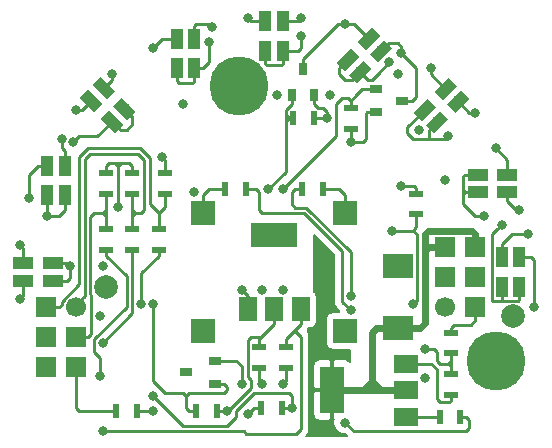
<source format=gbr>
G04 #@! TF.GenerationSoftware,KiCad,Pcbnew,(5.1.4)-1*
G04 #@! TF.CreationDate,2021-06-03T23:42:02+03:00*
G04 #@! TF.ProjectId,ITC-1,4954432d-312e-46b6-9963-61645f706362,rev?*
G04 #@! TF.SameCoordinates,Original*
G04 #@! TF.FileFunction,Copper,L1,Top*
G04 #@! TF.FilePolarity,Positive*
%FSLAX46Y46*%
G04 Gerber Fmt 4.6, Leading zero omitted, Abs format (unit mm)*
G04 Created by KiCad (PCBNEW (5.1.4)-1) date 2021-06-03 23:42:02*
%MOMM*%
%LPD*%
G04 APERTURE LIST*
%ADD10R,1.250000X0.500000*%
%ADD11R,0.500000X1.250000*%
%ADD12R,1.000000X1.700000*%
%ADD13R,1.700000X1.000000*%
%ADD14C,1.000000*%
%ADD15C,0.100000*%
%ADD16R,1.700000X1.700000*%
%ADD17C,1.700000*%
%ADD18R,2.500000X2.000000*%
%ADD19R,1.000000X0.800000*%
%ADD20R,2.000000X1.500000*%
%ADD21R,2.000000X4.000000*%
%ADD22R,1.100000X0.800000*%
%ADD23C,5.000000*%
%ADD24R,1.500000X2.000000*%
%ADD25R,4.000000X2.000000*%
%ADD26R,0.800000X1.100000*%
%ADD27C,2.000000*%
%ADD28R,2.000000X2.000000*%
%ADD29C,0.800000*%
%ADD30C,0.250000*%
%ADD31C,0.600000*%
%ADD32C,0.200000*%
G04 APERTURE END LIST*
D10*
X88000000Y-66625000D03*
X88000000Y-68375000D03*
X90750000Y-66625000D03*
X90750000Y-68375000D03*
X85750000Y-66625000D03*
X85750000Y-68375000D03*
D11*
X86625000Y-86750000D03*
X88375000Y-86750000D03*
D10*
X85750000Y-71375000D03*
X85750000Y-73125000D03*
X88000000Y-71375000D03*
X88000000Y-73125000D03*
X90250000Y-71375000D03*
X90250000Y-73125000D03*
D12*
X120750000Y-76250000D03*
X120750000Y-73750000D03*
X119250000Y-73750000D03*
X119250000Y-76250000D03*
D13*
X117250000Y-68250000D03*
X119750000Y-68250000D03*
X119750000Y-66750000D03*
X117250000Y-66750000D03*
D14*
X113792893Y-62328427D03*
D15*
G36*
X113545406Y-63283021D02*
G01*
X112838299Y-62575914D01*
X114040380Y-61373833D01*
X114747487Y-62080940D01*
X113545406Y-63283021D01*
X113545406Y-63283021D01*
G37*
D14*
X115560660Y-60560660D03*
D15*
G36*
X115313173Y-61515254D02*
G01*
X114606066Y-60808147D01*
X115808147Y-59606066D01*
X116515254Y-60313173D01*
X115313173Y-61515254D01*
X115313173Y-61515254D01*
G37*
D14*
X114500000Y-59500000D03*
D15*
G36*
X114252513Y-60454594D02*
G01*
X113545406Y-59747487D01*
X114747487Y-58545406D01*
X115454594Y-59252513D01*
X114252513Y-60454594D01*
X114252513Y-60454594D01*
G37*
D14*
X112732233Y-61267767D03*
D15*
G36*
X112484746Y-62222361D02*
G01*
X111777639Y-61515254D01*
X112979720Y-60313173D01*
X113686827Y-61020280D01*
X112484746Y-62222361D01*
X112484746Y-62222361D01*
G37*
D14*
X107292893Y-58078427D03*
D15*
G36*
X107045406Y-59033021D02*
G01*
X106338299Y-58325914D01*
X107540380Y-57123833D01*
X108247487Y-57830940D01*
X107045406Y-59033021D01*
X107045406Y-59033021D01*
G37*
D14*
X109060660Y-56310660D03*
D15*
G36*
X108813173Y-57265254D02*
G01*
X108106066Y-56558147D01*
X109308147Y-55356066D01*
X110015254Y-56063173D01*
X108813173Y-57265254D01*
X108813173Y-57265254D01*
G37*
D14*
X108000000Y-55250000D03*
D15*
G36*
X107752513Y-56204594D02*
G01*
X107045406Y-55497487D01*
X108247487Y-54295406D01*
X108954594Y-55002513D01*
X107752513Y-56204594D01*
X107752513Y-56204594D01*
G37*
D14*
X106232233Y-57017767D03*
D15*
G36*
X105984746Y-57972361D02*
G01*
X105277639Y-57265254D01*
X106479720Y-56063173D01*
X107186827Y-56770280D01*
X105984746Y-57972361D01*
X105984746Y-57972361D01*
G37*
D12*
X100750000Y-56250000D03*
X100750000Y-53750000D03*
X99250000Y-53750000D03*
X99250000Y-56250000D03*
X93250000Y-57750000D03*
X93250000Y-55250000D03*
X91750000Y-55250000D03*
X91750000Y-57750000D03*
D14*
X87328427Y-61207107D03*
D15*
G36*
X88283021Y-61454594D02*
G01*
X87575914Y-62161701D01*
X86373833Y-60959620D01*
X87080940Y-60252513D01*
X88283021Y-61454594D01*
X88283021Y-61454594D01*
G37*
D14*
X85560660Y-59439340D03*
D15*
G36*
X86515254Y-59686827D02*
G01*
X85808147Y-60393934D01*
X84606066Y-59191853D01*
X85313173Y-58484746D01*
X86515254Y-59686827D01*
X86515254Y-59686827D01*
G37*
D14*
X84500000Y-60500000D03*
D15*
G36*
X85454594Y-60747487D02*
G01*
X84747487Y-61454594D01*
X83545406Y-60252513D01*
X84252513Y-59545406D01*
X85454594Y-60747487D01*
X85454594Y-60747487D01*
G37*
D14*
X86267767Y-62267767D03*
D15*
G36*
X87222361Y-62515254D02*
G01*
X86515254Y-63222361D01*
X85313173Y-62020280D01*
X86020280Y-61313173D01*
X87222361Y-62515254D01*
X87222361Y-62515254D01*
G37*
D12*
X82250000Y-68500000D03*
X82250000Y-66000000D03*
X80750000Y-66000000D03*
X80750000Y-68500000D03*
D13*
X81250000Y-74250000D03*
X78750000Y-74250000D03*
X78750000Y-75750000D03*
X81250000Y-75750000D03*
D10*
X101000000Y-83125000D03*
X101000000Y-81375000D03*
X98750000Y-83125000D03*
X98750000Y-81375000D03*
X106500000Y-62875000D03*
X106500000Y-61125000D03*
D11*
X103375000Y-62000000D03*
X101625000Y-62000000D03*
D16*
X117040000Y-72920000D03*
X117040000Y-75460000D03*
X117040000Y-78000000D03*
X114500000Y-72920000D03*
X114500000Y-75460000D03*
D17*
X114500000Y-78000000D03*
D18*
X110500000Y-74500000D03*
X110500000Y-79750000D03*
D11*
X93375000Y-86750000D03*
X95125000Y-86750000D03*
D16*
X80710000Y-83080000D03*
X80710000Y-80540000D03*
X80710000Y-78000000D03*
X83250000Y-83080000D03*
X83250000Y-80540000D03*
D17*
X83250000Y-78000000D03*
D11*
X114000000Y-87250000D03*
X115750000Y-87250000D03*
D19*
X92500000Y-83500000D03*
X95000000Y-82500000D03*
X95000000Y-84500000D03*
D20*
X111150000Y-82750000D03*
X111150000Y-87250000D03*
X111150000Y-85000000D03*
D21*
X104900000Y-85000000D03*
D22*
X110850000Y-60500000D03*
X108650000Y-61450000D03*
X108650000Y-59550000D03*
D23*
X118750000Y-82500000D03*
D11*
X104125000Y-68000000D03*
X102375000Y-68000000D03*
X95875000Y-68000000D03*
X97625000Y-68000000D03*
X100625000Y-86500000D03*
X98875000Y-86500000D03*
D10*
X112000000Y-70125000D03*
X112000000Y-68375000D03*
D24*
X102250000Y-78150000D03*
X97750000Y-78150000D03*
X100000000Y-78150000D03*
D25*
X100000000Y-71900000D03*
D26*
X102450000Y-57800000D03*
X103400000Y-60000000D03*
X101500000Y-60000000D03*
D23*
X97000000Y-59250000D03*
D10*
X115000000Y-80125000D03*
X115000000Y-81875000D03*
D27*
X85750000Y-76250000D03*
X120250000Y-78750000D03*
D10*
X115000000Y-85375000D03*
X115000000Y-83625000D03*
D28*
X94000000Y-80000000D03*
X94000000Y-70000000D03*
X106000000Y-80000000D03*
X106000000Y-70000000D03*
D29*
X82750000Y-74500000D03*
X83000000Y-64000000D03*
X102250000Y-55000000D03*
X114750000Y-63500000D03*
X111787347Y-77750000D03*
X110000000Y-71490000D03*
X100750000Y-84500000D03*
X97250000Y-76500000D03*
X106000000Y-80000000D03*
X104750000Y-60000000D03*
X86750000Y-69500000D03*
X110500000Y-58250000D03*
X90500000Y-65250000D03*
X92250000Y-60750000D03*
X100250000Y-60000000D03*
X93250000Y-68250000D03*
X85250000Y-78750000D03*
X97250000Y-84500000D03*
X99000000Y-84500000D03*
X99000000Y-76500000D03*
X114500000Y-67250000D03*
X100750000Y-76500000D03*
X94000000Y-80000000D03*
X111250000Y-82750000D03*
X112250000Y-63000000D03*
X85500000Y-74500000D03*
X99500000Y-68000000D03*
X100750000Y-68000000D03*
X104500000Y-62000000D03*
X89750000Y-86750000D03*
X112750000Y-84000000D03*
X110750000Y-67750000D03*
X96000000Y-86750000D03*
X97750000Y-87000000D03*
X106500000Y-64000000D03*
X101500000Y-86500000D03*
X89750000Y-85500000D03*
X106500000Y-78250000D03*
X106475000Y-77000000D03*
X111250000Y-74500000D03*
X85500000Y-88500000D03*
X110250000Y-74500000D03*
X83250000Y-61250000D03*
X97750000Y-53500000D03*
X113250000Y-57750000D03*
X79250000Y-68750000D03*
X118750000Y-64500000D03*
X106000000Y-54000000D03*
X78500000Y-77250000D03*
X89750000Y-56000000D03*
X121500000Y-71750000D03*
X78500000Y-72750000D03*
X117000000Y-61500000D03*
X102250000Y-53500000D03*
X86250000Y-58250000D03*
X82000000Y-63750000D03*
X94750000Y-54250000D03*
X110750000Y-56500000D03*
X120750000Y-69750000D03*
X122000000Y-78000000D03*
X112750000Y-81500000D03*
X106000000Y-87749980D03*
X89762653Y-77737347D03*
X80750000Y-70250000D03*
X94500000Y-55500000D03*
X109750000Y-57250000D03*
X117750000Y-70275000D03*
X119250000Y-71000000D03*
X85250000Y-83830000D03*
X85500000Y-81000000D03*
X88750000Y-77750000D03*
D30*
X82500000Y-74250000D02*
X82750000Y-74500000D01*
X81250000Y-74250000D02*
X82500000Y-74250000D01*
X82750000Y-75500000D02*
X82500000Y-75750000D01*
X82750000Y-74500000D02*
X82750000Y-75500000D01*
X81250000Y-75750000D02*
X82500000Y-75750000D01*
X106000000Y-68750000D02*
X106000000Y-70000000D01*
X104125000Y-68000000D02*
X105500000Y-68000000D01*
X106000000Y-68500000D02*
X106000000Y-70000000D01*
X105500000Y-68000000D02*
X106000000Y-68500000D01*
X94000000Y-68500000D02*
X94000000Y-70250000D01*
X95875000Y-68000000D02*
X94500000Y-68000000D01*
X94000000Y-70000000D02*
X94000000Y-68500000D01*
X94500000Y-68000000D02*
X94000000Y-68500000D01*
X83500000Y-63500000D02*
X83000000Y-64000000D01*
X87121320Y-60871320D02*
X87545583Y-61295583D01*
X86500000Y-62750000D02*
X86750000Y-62750000D01*
X85871320Y-62121320D02*
X86250000Y-62500000D01*
X85035534Y-63500000D02*
X84750000Y-63500000D01*
X86267767Y-62267767D02*
X85035534Y-63500000D01*
X84750000Y-63500000D02*
X83500000Y-63500000D01*
X88000177Y-61878857D02*
X87328427Y-61207107D01*
X87000000Y-63000000D02*
X87500000Y-63000000D01*
X88000000Y-62500000D02*
X88000000Y-62000000D01*
X87500000Y-63000000D02*
X88000000Y-62500000D01*
X88000000Y-62000000D02*
X88000177Y-61999823D01*
X86267767Y-62267767D02*
X87000000Y-63000000D01*
X88000177Y-61999823D02*
X88000177Y-61878857D01*
X100750000Y-56750000D02*
X101000000Y-56500000D01*
X101000000Y-56500000D02*
X101000000Y-55750000D01*
X99000000Y-56500000D02*
X99250000Y-56750000D01*
X99000000Y-55750000D02*
X99000000Y-56500000D01*
X100750000Y-57350000D02*
X100750000Y-56250000D01*
X100600000Y-57500000D02*
X100750000Y-57350000D01*
X99400000Y-57500000D02*
X100600000Y-57500000D01*
X99250000Y-57350000D02*
X99400000Y-57500000D01*
X99250000Y-56250000D02*
X99250000Y-57350000D01*
X102000000Y-56250000D02*
X100750000Y-56250000D01*
X102250000Y-55000000D02*
X102250000Y-56000000D01*
X102250000Y-56000000D02*
X102000000Y-56250000D01*
X111250000Y-62750000D02*
X112732233Y-61267767D01*
X113121143Y-63000177D02*
X113121143Y-63628857D01*
X113792893Y-62328427D02*
X113121143Y-63000177D01*
X113121143Y-63628857D02*
X113000000Y-63750000D01*
X113000000Y-63750000D02*
X111750000Y-63750000D01*
X111750000Y-63750000D02*
X111250000Y-63250000D01*
X111250000Y-63250000D02*
X111250000Y-62750000D01*
X114500000Y-63750000D02*
X114750000Y-63500000D01*
X113250000Y-63750000D02*
X114500000Y-63750000D01*
X113121143Y-63628857D02*
X113128857Y-63628857D01*
X113128857Y-63628857D02*
X113250000Y-63750000D01*
X113250000Y-63750000D02*
X113000000Y-63750000D01*
X112075001Y-71825001D02*
X112075001Y-77424999D01*
X111737206Y-71490000D02*
X111740000Y-71490000D01*
X110000000Y-71490000D02*
X111737206Y-71490000D01*
X112000000Y-70750000D02*
X112000000Y-71227206D01*
X112000000Y-70125000D02*
X112000000Y-70750000D01*
X111737206Y-71490000D02*
X111863603Y-71363603D01*
X111787347Y-77712653D02*
X112075001Y-77424999D01*
X112000000Y-71227206D02*
X111863603Y-71363603D01*
X112000000Y-70750000D02*
X112000000Y-71230000D01*
X111787347Y-77750000D02*
X111787347Y-77712653D01*
X111740000Y-71490000D02*
X112075001Y-71825001D01*
X113250000Y-82750000D02*
X113750000Y-83250000D01*
X114875000Y-86000000D02*
X115000000Y-85875000D01*
X115000000Y-85875000D02*
X115000000Y-85375000D01*
X101000000Y-84250000D02*
X100750000Y-84500000D01*
X96750000Y-82500000D02*
X97250000Y-83000000D01*
X95000000Y-82500000D02*
X96750000Y-82500000D01*
X97250000Y-83000000D02*
X97250000Y-84500000D01*
X97750000Y-78150000D02*
X97750000Y-77000000D01*
X113750000Y-83250000D02*
X113750000Y-85750000D01*
X97750000Y-77000000D02*
X97250000Y-76500000D01*
X114000000Y-86000000D02*
X114875000Y-86000000D01*
X113750000Y-85750000D02*
X114000000Y-86000000D01*
X101000000Y-83125000D02*
X101000000Y-84250000D01*
X98750000Y-84250000D02*
X99000000Y-84500000D01*
X111250000Y-82750000D02*
X113250000Y-82750000D01*
X98750000Y-83125000D02*
X98750000Y-84250000D01*
X100875000Y-84500000D02*
X100750000Y-84500000D01*
X83250000Y-86500000D02*
X83250000Y-83080000D01*
X86625000Y-86750000D02*
X83500000Y-86750000D01*
X83500000Y-86750000D02*
X83250000Y-86500000D01*
X86750000Y-69500000D02*
X86750000Y-66000000D01*
X86750000Y-66000000D02*
X86500000Y-65750000D01*
X86500000Y-65750000D02*
X86000000Y-65750000D01*
X85750000Y-66000000D02*
X85750000Y-66625000D01*
X86000000Y-65750000D02*
X85750000Y-66000000D01*
X88000000Y-66625000D02*
X88000000Y-66000000D01*
X88000000Y-66000000D02*
X87750000Y-65750000D01*
X87000000Y-65750000D02*
X86750000Y-66000000D01*
X87750000Y-65750000D02*
X87000000Y-65750000D01*
X86500000Y-65750000D02*
X87000000Y-65750000D01*
X90750000Y-65500000D02*
X90500000Y-65250000D01*
X90750000Y-66625000D02*
X90750000Y-65500000D01*
X101000000Y-66500000D02*
X99500000Y-68000000D01*
X101000000Y-62250000D02*
X101000000Y-66500000D01*
X101000000Y-61750000D02*
X101000000Y-62250000D01*
X101250000Y-62000000D02*
X101000000Y-62250000D01*
X101500000Y-62000000D02*
X101250000Y-62000000D01*
X101500000Y-60800000D02*
X101500000Y-60000000D01*
X101000000Y-61750000D02*
X101000000Y-61300000D01*
X101250000Y-62000000D02*
X101000000Y-61750000D01*
X101000000Y-61300000D02*
X101500000Y-60800000D01*
X106500000Y-60500000D02*
X106500000Y-61125000D01*
X106949999Y-60050001D02*
X106500000Y-60500000D01*
X106250000Y-60250000D02*
X106500000Y-60500000D01*
X105750000Y-60250000D02*
X106250000Y-60250000D01*
X105250000Y-60750000D02*
X105750000Y-60250000D01*
X105250000Y-63500000D02*
X105250000Y-60750000D01*
X100750000Y-68000000D02*
X105250000Y-63500000D01*
X107450000Y-59550000D02*
X108650000Y-59550000D01*
X106949999Y-60050001D02*
X107450000Y-59550000D01*
X100000000Y-78150000D02*
X100000000Y-79400000D01*
X112000000Y-68375000D02*
X112000000Y-67875000D01*
X98875000Y-86500000D02*
X98250000Y-86500000D01*
X98250000Y-86500000D02*
X97750000Y-87000000D01*
X100000000Y-79400000D02*
X98950000Y-80450000D01*
X104500000Y-61434315D02*
X104140685Y-61075000D01*
X98900000Y-80500000D02*
X98950000Y-80450000D01*
X103400000Y-60000000D02*
X103400000Y-60800000D01*
X97750000Y-83926998D02*
X97750000Y-80750000D01*
X98000000Y-84823002D02*
X98000000Y-84176998D01*
X104500000Y-62000000D02*
X104500000Y-61434315D01*
X95125000Y-86750000D02*
X96000000Y-86750000D01*
X103375000Y-62000000D02*
X104500000Y-62000000D01*
X104140685Y-61075000D02*
X103675000Y-61075000D01*
X96073002Y-86750000D02*
X98000000Y-84823002D01*
X98600000Y-80500000D02*
X98750000Y-80650000D01*
X96000000Y-86750000D02*
X96073002Y-86750000D01*
X98000000Y-80500000D02*
X98600000Y-80500000D01*
X97750000Y-80750000D02*
X98000000Y-80500000D01*
X98750000Y-80650000D02*
X98750000Y-81250000D01*
X112000000Y-67875000D02*
X111875000Y-67750000D01*
X111875000Y-67750000D02*
X110750000Y-67750000D01*
X103400000Y-60800000D02*
X103675000Y-61075000D01*
X103750000Y-62000000D02*
X103500000Y-62000000D01*
X98600000Y-80500000D02*
X98900000Y-80500000D01*
X98950000Y-80450000D02*
X98750000Y-80650000D01*
X98000000Y-84176998D02*
X97750000Y-83926998D01*
X106500000Y-64000000D02*
X107500000Y-64000000D01*
X107750000Y-63750000D02*
X107750000Y-63000000D01*
X107500000Y-64000000D02*
X107750000Y-63750000D01*
X106500000Y-64000000D02*
X106500000Y-62875000D01*
X107750000Y-63000000D02*
X107750000Y-62250000D01*
X107850000Y-61450000D02*
X108650000Y-61450000D01*
X107750000Y-61550000D02*
X107850000Y-61450000D01*
X107750000Y-62250000D02*
X107750000Y-61550000D01*
X88375000Y-86750000D02*
X89750000Y-86750000D01*
X101500000Y-86750000D02*
X101250000Y-86500000D01*
X98250000Y-85250000D02*
X96750000Y-86750000D01*
X101250000Y-85250000D02*
X98250000Y-85250000D01*
X101500000Y-85500000D02*
X101250000Y-85250000D01*
X96750000Y-86750000D02*
X96750000Y-87250000D01*
X101500000Y-86500000D02*
X101500000Y-86750000D01*
X101250000Y-86500000D02*
X101500000Y-86250000D01*
X96000000Y-88000000D02*
X92250000Y-88000000D01*
X101500000Y-86250000D02*
X101500000Y-86750000D01*
X101500000Y-86500000D02*
X101500000Y-85500000D01*
X100875000Y-86500000D02*
X101250000Y-86500000D01*
X96750000Y-87250000D02*
X96000000Y-88000000D01*
X92250000Y-88000000D02*
X89750000Y-85500000D01*
X105750000Y-73250000D02*
X102500000Y-70000000D01*
X99000000Y-70000000D02*
X102500000Y-70000000D01*
X98750000Y-68250000D02*
X98750000Y-69750000D01*
X98500000Y-68000000D02*
X98750000Y-68250000D01*
X97625000Y-68000000D02*
X98500000Y-68000000D01*
X98750000Y-69750000D02*
X99000000Y-70000000D01*
X105750000Y-77500000D02*
X106500000Y-78250000D01*
X105750000Y-76000000D02*
X105750000Y-77500000D01*
X105750000Y-73250000D02*
X105750000Y-76000000D01*
X105750000Y-76000000D02*
X105750000Y-77250000D01*
X106475000Y-76862347D02*
X106475000Y-73338590D01*
X106475000Y-73338590D02*
X102686401Y-69549991D01*
X101750000Y-68000000D02*
X102375000Y-68000000D01*
X101500000Y-69250000D02*
X101500000Y-68250000D01*
X101500000Y-68250000D02*
X101750000Y-68000000D01*
X102686401Y-69549991D02*
X101799990Y-69549990D01*
X101799990Y-69549990D02*
X101500000Y-69250000D01*
X101575000Y-80075000D02*
X101675000Y-80075000D01*
X101825000Y-79825000D02*
X101700000Y-79950000D01*
X97426998Y-88500000D02*
X97651999Y-88725001D01*
X101875000Y-80125000D02*
X101750000Y-80000000D01*
X101825000Y-79825000D02*
X101825000Y-80075000D01*
X85500000Y-88500000D02*
X97426998Y-88500000D01*
X102000000Y-80250000D02*
X101875000Y-80125000D01*
X101825000Y-80075000D02*
X102000000Y-80250000D01*
X101675000Y-80075000D02*
X101750000Y-80000000D01*
X101848001Y-88725001D02*
X102250000Y-88323002D01*
X101575000Y-80075000D02*
X101825000Y-80075000D01*
X101700000Y-79950000D02*
X101575000Y-80075000D01*
X101000000Y-80650000D02*
X101000000Y-81250000D01*
X102250000Y-80500000D02*
X102000000Y-80250000D01*
X97651999Y-88725001D02*
X101848001Y-88725001D01*
X101575000Y-80075000D02*
X101000000Y-80650000D01*
X101750000Y-80000000D02*
X101700000Y-79950000D01*
X102250000Y-79400000D02*
X101825000Y-79825000D01*
X102250000Y-78150000D02*
X102250000Y-79400000D01*
X102250000Y-88323002D02*
X102250000Y-80500000D01*
X101825000Y-80075000D02*
X101875000Y-80125000D01*
X83250000Y-77750000D02*
X83974989Y-77025011D01*
X83974989Y-77025011D02*
X83974989Y-65411421D01*
X83974989Y-65411421D02*
X84386410Y-65000000D01*
X83250000Y-78000000D02*
X83250000Y-77750000D01*
X87000000Y-65000000D02*
X88500000Y-65000000D01*
X84386410Y-65000000D02*
X87000000Y-65000000D01*
X88500000Y-65000000D02*
X89000000Y-65500000D01*
X89000000Y-65500000D02*
X89000000Y-69750000D01*
X89000000Y-69750000D02*
X88750000Y-70000000D01*
X88000000Y-69750000D02*
X88250000Y-70000000D01*
X88250000Y-70000000D02*
X88000000Y-70000000D01*
X88750000Y-70000000D02*
X88250000Y-70000000D01*
X88000000Y-69750000D02*
X88000000Y-70000000D01*
X88000000Y-68375000D02*
X88000000Y-69750000D01*
X88000000Y-70250000D02*
X88250000Y-70000000D01*
X88000000Y-70250000D02*
X88000000Y-71375000D01*
X88000000Y-70000000D02*
X88000000Y-70250000D01*
X80710000Y-78000000D02*
X81250000Y-78000000D01*
X80710000Y-78000000D02*
X81810000Y-78000000D01*
X81810000Y-78000000D02*
X82000000Y-77810000D01*
X82000000Y-77810000D02*
X82000000Y-77510998D01*
X82000000Y-77510998D02*
X83500000Y-76010998D01*
X83500000Y-76010998D02*
X83500000Y-65250000D01*
X83500000Y-65250000D02*
X84250000Y-64500000D01*
X88000000Y-64500000D02*
X88500000Y-64500000D01*
X84250000Y-64500000D02*
X88000000Y-64500000D01*
X90250000Y-70000000D02*
X90250000Y-71375000D01*
X89500000Y-69250000D02*
X90250000Y-70000000D01*
X89500000Y-65363590D02*
X89500000Y-69250000D01*
X88000000Y-64500000D02*
X88636410Y-64500000D01*
X88636410Y-64500000D02*
X89500000Y-65363590D01*
X90750000Y-69500000D02*
X90250000Y-70000000D01*
X90750000Y-68375000D02*
X90750000Y-69500000D01*
X83250000Y-80540000D02*
X84210000Y-80540000D01*
X84210000Y-80540000D02*
X84500000Y-80250000D01*
X84500000Y-80250000D02*
X84500000Y-76961002D01*
X84500000Y-76961002D02*
X84424999Y-76886001D01*
X84424999Y-70924999D02*
X84424999Y-70325001D01*
X84424999Y-76886001D02*
X84424999Y-70924999D01*
X84424999Y-70325001D02*
X84750000Y-70000000D01*
X85750000Y-69750000D02*
X85500000Y-70000000D01*
X85750000Y-68375000D02*
X85750000Y-69750000D01*
X84750000Y-70000000D02*
X85500000Y-70000000D01*
X85750000Y-70250000D02*
X85750000Y-69750000D01*
X85750000Y-70250000D02*
X85500000Y-70000000D01*
X85750000Y-70500000D02*
X85750000Y-70250000D01*
X85750000Y-70500000D02*
X85750000Y-71375000D01*
X105386410Y-54000000D02*
X106000000Y-54000000D01*
X102450000Y-57800000D02*
X102450000Y-56936410D01*
X102450000Y-56936410D02*
X105386410Y-54000000D01*
X99000000Y-54250000D02*
X99000000Y-53500000D01*
X84810660Y-61060660D02*
X84386397Y-60636397D01*
X84386397Y-60636397D02*
X84250000Y-60500000D01*
X79250000Y-68500000D02*
X79250000Y-68750000D01*
X78750000Y-77000000D02*
X78500000Y-77250000D01*
X78750000Y-75750000D02*
X78750000Y-77000000D01*
X79250000Y-68184315D02*
X79250000Y-68750000D01*
X79250000Y-66750000D02*
X79250000Y-68184315D01*
X80000000Y-66000000D02*
X79250000Y-66750000D01*
X80750000Y-66000000D02*
X80000000Y-66000000D01*
X84500000Y-60500000D02*
X83750000Y-61250000D01*
X83750000Y-61250000D02*
X83250000Y-61250000D01*
X89750000Y-56000000D02*
X90500000Y-55250000D01*
X90500000Y-55250000D02*
X91750000Y-55250000D01*
X98000000Y-53750000D02*
X97750000Y-53500000D01*
X99250000Y-53750000D02*
X98000000Y-53750000D01*
X106750000Y-54000000D02*
X106000000Y-54000000D01*
X108000000Y-55250000D02*
X106750000Y-54000000D01*
X113250000Y-58250000D02*
X113250000Y-57750000D01*
X114500000Y-59500000D02*
X113250000Y-58250000D01*
X119750000Y-65500000D02*
X118750000Y-64500000D01*
X119750000Y-66750000D02*
X119750000Y-65500000D01*
X120934315Y-71750000D02*
X121500000Y-71750000D01*
X120150000Y-71750000D02*
X120934315Y-71750000D01*
X119250000Y-72650000D02*
X120150000Y-71750000D01*
X119250000Y-73750000D02*
X119250000Y-72650000D01*
X117000000Y-61250000D02*
X117000000Y-61500000D01*
X101000000Y-53500000D02*
X101000000Y-54250000D01*
X86060660Y-59810660D02*
X85636397Y-59386397D01*
X85636397Y-59386397D02*
X85500000Y-59250000D01*
X78750000Y-73000000D02*
X78500000Y-72750000D01*
X78750000Y-74250000D02*
X78750000Y-73000000D01*
X82250000Y-66000000D02*
X82250000Y-64750000D01*
X82000000Y-64500000D02*
X82000000Y-63750000D01*
X82250000Y-64750000D02*
X82000000Y-64500000D01*
X85560660Y-59439340D02*
X86250000Y-58750000D01*
X86250000Y-58750000D02*
X86250000Y-58250000D01*
X94500000Y-54000000D02*
X94750000Y-54250000D01*
X93400000Y-54000000D02*
X94500000Y-54000000D01*
X93250000Y-55250000D02*
X93250000Y-54150000D01*
X93250000Y-54150000D02*
X93400000Y-54000000D01*
X102000000Y-53750000D02*
X102250000Y-53500000D01*
X100750000Y-53750000D02*
X102000000Y-53750000D01*
X110750000Y-55934315D02*
X110750000Y-56500000D01*
X110454595Y-55638910D02*
X110750000Y-55934315D01*
X109732410Y-55638910D02*
X110454595Y-55638910D01*
X109060660Y-56310660D02*
X109732410Y-55638910D01*
X111650000Y-60500000D02*
X112000000Y-60150000D01*
X110850000Y-60500000D02*
X111650000Y-60500000D01*
X112000000Y-57750000D02*
X111500000Y-57250000D01*
X112000000Y-60150000D02*
X112000000Y-57750000D01*
X111500000Y-57250000D02*
X110750000Y-56500000D01*
X116500000Y-61500000D02*
X117000000Y-61500000D01*
X115560660Y-60560660D02*
X116500000Y-61500000D01*
X119750000Y-68250000D02*
X119750000Y-69000000D01*
X120500000Y-69750000D02*
X120750000Y-69750000D01*
X119750000Y-69000000D02*
X120500000Y-69750000D01*
X120750000Y-73750000D02*
X121750000Y-73750000D01*
X122000000Y-74000000D02*
X122000000Y-78000000D01*
X121750000Y-73750000D02*
X122000000Y-74000000D01*
D31*
X109000000Y-85000000D02*
X108250000Y-84250000D01*
X112750000Y-72620000D02*
X113050000Y-72920000D01*
X112750000Y-73220000D02*
X112750000Y-73750000D01*
X117040000Y-72920000D02*
X117040000Y-71790000D01*
X108650000Y-79750000D02*
X110500000Y-79750000D01*
X113050000Y-72920000D02*
X112750000Y-73220000D01*
X112750000Y-71750000D02*
X113000000Y-71500000D01*
X107500000Y-85000000D02*
X108250000Y-84250000D01*
X113050000Y-72920000D02*
X112920000Y-72920000D01*
X112350000Y-79750000D02*
X110500000Y-79750000D01*
X109000000Y-85000000D02*
X111150000Y-85000000D01*
X112750000Y-71750000D02*
X112750000Y-72620000D01*
X114500000Y-72920000D02*
X113050000Y-72920000D01*
X112750000Y-73750000D02*
X112750000Y-79350000D01*
X108250000Y-80150000D02*
X108650000Y-79750000D01*
X112750000Y-72750000D02*
X112750000Y-73750000D01*
X113000000Y-71500000D02*
X116750000Y-71500000D01*
X112750000Y-79350000D02*
X112350000Y-79750000D01*
X108250000Y-85000000D02*
X109000000Y-85000000D01*
X107500000Y-85000000D02*
X108250000Y-85000000D01*
X104900000Y-85000000D02*
X107500000Y-85000000D01*
X117040000Y-71790000D02*
X116750000Y-71500000D01*
X112920000Y-72920000D02*
X112750000Y-72750000D01*
X112750000Y-72750000D02*
X112750000Y-71750000D01*
X108250000Y-85000000D02*
X108250000Y-84250000D01*
X108250000Y-84250000D02*
X108250000Y-80150000D01*
D30*
X115000000Y-83000000D02*
X115000000Y-82750000D01*
X115000000Y-83000000D02*
X114750000Y-82750000D01*
X115000000Y-83625000D02*
X115000000Y-83000000D01*
X113500000Y-81500000D02*
X113750000Y-81750000D01*
X115000000Y-82750000D02*
X115000000Y-82500000D01*
X112750000Y-81500000D02*
X113500000Y-81500000D01*
X115000000Y-82500000D02*
X115000000Y-82000000D01*
X114000000Y-82750000D02*
X114750000Y-82750000D01*
X113750000Y-81750000D02*
X113750000Y-82500000D01*
X115000000Y-82500000D02*
X114750000Y-82750000D01*
X114750000Y-82750000D02*
X115000000Y-82750000D01*
X113750000Y-82500000D02*
X114000000Y-82750000D01*
X106750020Y-88500000D02*
X106000000Y-87749980D01*
X116500000Y-88250000D02*
X116250000Y-88500000D01*
X115750000Y-87250000D02*
X116250000Y-87250000D01*
X116500000Y-87500000D02*
X116500000Y-88250000D01*
X116250000Y-87250000D02*
X116500000Y-87500000D01*
X116250000Y-88500000D02*
X106750020Y-88500000D01*
X114000000Y-87250000D02*
X113375000Y-87250000D01*
X113375000Y-87250000D02*
X111250000Y-87250000D01*
X92250000Y-85250000D02*
X91750000Y-85250000D01*
X92750000Y-85250000D02*
X95750000Y-85250000D01*
X92500000Y-85500000D02*
X92750000Y-85250000D01*
X92500000Y-85750000D02*
X92500000Y-86250000D01*
X89750000Y-77750000D02*
X89762653Y-77737347D01*
X90750000Y-85250000D02*
X90250000Y-84750000D01*
X92500000Y-86125000D02*
X92500000Y-85750000D01*
X89750000Y-80000000D02*
X89750000Y-77750000D01*
X92750000Y-86750000D02*
X92500000Y-86500000D01*
X92500000Y-86500000D02*
X92500000Y-86125000D01*
X92500000Y-85750000D02*
X92500000Y-85500000D01*
X95750000Y-84500000D02*
X95000000Y-84500000D01*
X96000000Y-84750000D02*
X95750000Y-84500000D01*
X92500000Y-85500000D02*
X92250000Y-85250000D01*
X93375000Y-86750000D02*
X92750000Y-86750000D01*
X95750000Y-85250000D02*
X96000000Y-85000000D01*
X96000000Y-85000000D02*
X96000000Y-84750000D01*
X90250000Y-84750000D02*
X89750000Y-84250000D01*
X91750000Y-85250000D02*
X90750000Y-85250000D01*
X89750000Y-84250000D02*
X89750000Y-80000000D01*
X115250000Y-79500000D02*
X115000000Y-79750000D01*
X117040000Y-79100000D02*
X116640000Y-79500000D01*
X116640000Y-79500000D02*
X115250000Y-79500000D01*
X117040000Y-78000000D02*
X117040000Y-79100000D01*
X115000000Y-79750000D02*
X115000000Y-80250000D01*
X80750000Y-68500000D02*
X80750000Y-70250000D01*
X81750000Y-70250000D02*
X80750000Y-70250000D01*
X82250000Y-68500000D02*
X82250000Y-69750000D01*
X82250000Y-69750000D02*
X81750000Y-70250000D01*
X93250000Y-58850000D02*
X93250000Y-57750000D01*
X93100000Y-59000000D02*
X93250000Y-58850000D01*
X91900000Y-59000000D02*
X93100000Y-59000000D01*
X91750000Y-58850000D02*
X91900000Y-59000000D01*
X91750000Y-57750000D02*
X91750000Y-58850000D01*
X94000000Y-57750000D02*
X93250000Y-57750000D01*
X94500000Y-55500000D02*
X94500000Y-57250000D01*
X94500000Y-57250000D02*
X94000000Y-57750000D01*
X106232233Y-57017767D02*
X105500000Y-57750000D01*
X105500000Y-57750000D02*
X105500000Y-58250000D01*
X105500000Y-58250000D02*
X106000000Y-58750000D01*
X106000000Y-58750000D02*
X106500000Y-58750000D01*
X106621143Y-58750177D02*
X107292893Y-58078427D01*
X106500177Y-58750177D02*
X106621143Y-58750177D01*
X106500000Y-58750000D02*
X106500177Y-58750177D01*
X107292893Y-58078427D02*
X107964466Y-58750000D01*
X107964466Y-58750000D02*
X108250000Y-58750000D01*
X108250000Y-58750000D02*
X108750000Y-58250000D01*
X108750000Y-58250000D02*
X109750000Y-57250000D01*
X116150000Y-66750000D02*
X117250000Y-66750000D01*
X116000000Y-66900000D02*
X116150000Y-66750000D01*
X116000000Y-68100000D02*
X116000000Y-66900000D01*
X116150000Y-68250000D02*
X116000000Y-68100000D01*
X116150000Y-68250000D02*
X116000000Y-68400000D01*
X117250000Y-68250000D02*
X116150000Y-68250000D01*
X116000000Y-68400000D02*
X116000000Y-68100000D01*
X116000000Y-68750000D02*
X116000000Y-69250000D01*
X116000000Y-68400000D02*
X116000000Y-68750000D01*
X117025000Y-70275000D02*
X117750000Y-70275000D01*
X117000000Y-70250000D02*
X117025000Y-70275000D01*
X116000000Y-69250000D02*
X117000000Y-70250000D01*
X119250000Y-77350000D02*
X119250000Y-76250000D01*
X119324999Y-77424999D02*
X119250000Y-77350000D01*
X120675001Y-77424999D02*
X119324999Y-77424999D01*
X120750000Y-77350000D02*
X120675001Y-77424999D01*
X120750000Y-76250000D02*
X120750000Y-77350000D01*
X118850001Y-71399999D02*
X119250000Y-71000000D01*
X118424999Y-71825001D02*
X118850001Y-71399999D01*
X118424999Y-77424999D02*
X118424999Y-71825001D01*
X119324999Y-77424999D02*
X118424999Y-77424999D01*
X85750000Y-73625000D02*
X87500000Y-75375000D01*
X85750000Y-73125000D02*
X85750000Y-73625000D01*
X87500000Y-77926998D02*
X84750000Y-80676998D01*
X87500000Y-76750000D02*
X87500000Y-77926998D01*
X87500000Y-76750000D02*
X87500000Y-77250000D01*
X87500000Y-75375000D02*
X87500000Y-76750000D01*
X85250000Y-82250000D02*
X84750000Y-81750000D01*
X85250000Y-83830000D02*
X85250000Y-82250000D01*
X84750000Y-80676998D02*
X84750000Y-81750000D01*
X88000000Y-78500000D02*
X85500000Y-81000000D01*
X88000000Y-76500000D02*
X88000000Y-78500000D01*
X88000000Y-73125000D02*
X88000000Y-76500000D01*
X90250000Y-73625000D02*
X90250000Y-73125000D01*
X88750000Y-75125000D02*
X90250000Y-73625000D01*
X88750000Y-77750000D02*
X88750000Y-75125000D01*
D32*
G36*
X105025000Y-73550305D02*
G01*
X105025001Y-75964384D01*
X105025000Y-75964394D01*
X105025001Y-77464393D01*
X105021494Y-77500000D01*
X105035492Y-77642124D01*
X105076947Y-77778787D01*
X105144269Y-77904736D01*
X105212170Y-77987474D01*
X105212173Y-77987477D01*
X105234869Y-78015132D01*
X105262523Y-78037827D01*
X105500000Y-78275304D01*
X105500000Y-78348491D01*
X105509668Y-78397097D01*
X105000000Y-78397097D01*
X104882379Y-78408682D01*
X104769279Y-78442990D01*
X104665045Y-78498704D01*
X104573683Y-78573683D01*
X104498704Y-78665045D01*
X104442990Y-78769279D01*
X104408682Y-78882379D01*
X104397097Y-79000000D01*
X104397097Y-81000000D01*
X104408682Y-81117621D01*
X104442990Y-81230721D01*
X104498704Y-81334955D01*
X104573683Y-81426317D01*
X104665045Y-81501296D01*
X104769279Y-81557010D01*
X104882379Y-81591318D01*
X105000000Y-81602903D01*
X106400000Y-81602903D01*
X106400000Y-82663466D01*
X106326317Y-82573683D01*
X106234955Y-82498704D01*
X106130721Y-82442990D01*
X106017621Y-82408682D01*
X105900000Y-82397097D01*
X105150000Y-82400000D01*
X105000000Y-82550000D01*
X105000000Y-84900000D01*
X105020000Y-84900000D01*
X105020000Y-85100000D01*
X105000000Y-85100000D01*
X105000000Y-87450000D01*
X105033429Y-87483429D01*
X105000000Y-87651489D01*
X105000000Y-87848471D01*
X105038429Y-88041669D01*
X105113811Y-88223658D01*
X105223249Y-88387443D01*
X105362537Y-88526731D01*
X105526322Y-88636169D01*
X105708311Y-88711551D01*
X105901509Y-88749980D01*
X105974695Y-88749980D01*
X106124715Y-88900000D01*
X102698306Y-88900000D01*
X102737476Y-88860830D01*
X102765131Y-88838134D01*
X102855731Y-88727739D01*
X102923053Y-88601790D01*
X102964509Y-88465127D01*
X102975000Y-88358609D01*
X102975000Y-88358600D01*
X102978506Y-88323003D01*
X102975000Y-88287406D01*
X102975000Y-87000000D01*
X103297097Y-87000000D01*
X103308682Y-87117621D01*
X103342990Y-87230721D01*
X103398704Y-87334955D01*
X103473683Y-87426317D01*
X103565045Y-87501296D01*
X103669279Y-87557010D01*
X103782379Y-87591318D01*
X103900000Y-87602903D01*
X104650000Y-87600000D01*
X104800000Y-87450000D01*
X104800000Y-85100000D01*
X103450000Y-85100000D01*
X103300000Y-85250000D01*
X103297097Y-87000000D01*
X102975000Y-87000000D01*
X102975000Y-83000000D01*
X103297097Y-83000000D01*
X103300000Y-84750000D01*
X103450000Y-84900000D01*
X104800000Y-84900000D01*
X104800000Y-82550000D01*
X104650000Y-82400000D01*
X103900000Y-82397097D01*
X103782379Y-82408682D01*
X103669279Y-82442990D01*
X103565045Y-82498704D01*
X103473683Y-82573683D01*
X103398704Y-82665045D01*
X103342990Y-82769279D01*
X103308682Y-82882379D01*
X103297097Y-83000000D01*
X102975000Y-83000000D01*
X102975000Y-80535596D01*
X102978506Y-80499999D01*
X102975000Y-80464402D01*
X102975000Y-80464393D01*
X102964509Y-80357875D01*
X102923053Y-80221212D01*
X102855731Y-80095263D01*
X102850000Y-80088280D01*
X102850000Y-79811720D01*
X102855731Y-79804737D01*
X102883437Y-79752903D01*
X103000000Y-79752903D01*
X103117621Y-79741318D01*
X103230721Y-79707010D01*
X103334955Y-79651296D01*
X103426317Y-79576317D01*
X103501296Y-79484955D01*
X103557010Y-79380721D01*
X103591318Y-79267621D01*
X103602903Y-79150000D01*
X103602903Y-77150000D01*
X103591318Y-77032379D01*
X103557010Y-76919279D01*
X103501296Y-76815045D01*
X103426317Y-76723683D01*
X103350000Y-76661051D01*
X103350000Y-71875304D01*
X105025000Y-73550305D01*
X105025000Y-73550305D01*
G37*
X105025000Y-73550305D02*
X105025001Y-75964384D01*
X105025000Y-75964394D01*
X105025001Y-77464393D01*
X105021494Y-77500000D01*
X105035492Y-77642124D01*
X105076947Y-77778787D01*
X105144269Y-77904736D01*
X105212170Y-77987474D01*
X105212173Y-77987477D01*
X105234869Y-78015132D01*
X105262523Y-78037827D01*
X105500000Y-78275304D01*
X105500000Y-78348491D01*
X105509668Y-78397097D01*
X105000000Y-78397097D01*
X104882379Y-78408682D01*
X104769279Y-78442990D01*
X104665045Y-78498704D01*
X104573683Y-78573683D01*
X104498704Y-78665045D01*
X104442990Y-78769279D01*
X104408682Y-78882379D01*
X104397097Y-79000000D01*
X104397097Y-81000000D01*
X104408682Y-81117621D01*
X104442990Y-81230721D01*
X104498704Y-81334955D01*
X104573683Y-81426317D01*
X104665045Y-81501296D01*
X104769279Y-81557010D01*
X104882379Y-81591318D01*
X105000000Y-81602903D01*
X106400000Y-81602903D01*
X106400000Y-82663466D01*
X106326317Y-82573683D01*
X106234955Y-82498704D01*
X106130721Y-82442990D01*
X106017621Y-82408682D01*
X105900000Y-82397097D01*
X105150000Y-82400000D01*
X105000000Y-82550000D01*
X105000000Y-84900000D01*
X105020000Y-84900000D01*
X105020000Y-85100000D01*
X105000000Y-85100000D01*
X105000000Y-87450000D01*
X105033429Y-87483429D01*
X105000000Y-87651489D01*
X105000000Y-87848471D01*
X105038429Y-88041669D01*
X105113811Y-88223658D01*
X105223249Y-88387443D01*
X105362537Y-88526731D01*
X105526322Y-88636169D01*
X105708311Y-88711551D01*
X105901509Y-88749980D01*
X105974695Y-88749980D01*
X106124715Y-88900000D01*
X102698306Y-88900000D01*
X102737476Y-88860830D01*
X102765131Y-88838134D01*
X102855731Y-88727739D01*
X102923053Y-88601790D01*
X102964509Y-88465127D01*
X102975000Y-88358609D01*
X102975000Y-88358600D01*
X102978506Y-88323003D01*
X102975000Y-88287406D01*
X102975000Y-87000000D01*
X103297097Y-87000000D01*
X103308682Y-87117621D01*
X103342990Y-87230721D01*
X103398704Y-87334955D01*
X103473683Y-87426317D01*
X103565045Y-87501296D01*
X103669279Y-87557010D01*
X103782379Y-87591318D01*
X103900000Y-87602903D01*
X104650000Y-87600000D01*
X104800000Y-87450000D01*
X104800000Y-85100000D01*
X103450000Y-85100000D01*
X103300000Y-85250000D01*
X103297097Y-87000000D01*
X102975000Y-87000000D01*
X102975000Y-83000000D01*
X103297097Y-83000000D01*
X103300000Y-84750000D01*
X103450000Y-84900000D01*
X104800000Y-84900000D01*
X104800000Y-82550000D01*
X104650000Y-82400000D01*
X103900000Y-82397097D01*
X103782379Y-82408682D01*
X103669279Y-82442990D01*
X103565045Y-82498704D01*
X103473683Y-82573683D01*
X103398704Y-82665045D01*
X103342990Y-82769279D01*
X103308682Y-82882379D01*
X103297097Y-83000000D01*
X102975000Y-83000000D01*
X102975000Y-80535596D01*
X102978506Y-80499999D01*
X102975000Y-80464402D01*
X102975000Y-80464393D01*
X102964509Y-80357875D01*
X102923053Y-80221212D01*
X102855731Y-80095263D01*
X102850000Y-80088280D01*
X102850000Y-79811720D01*
X102855731Y-79804737D01*
X102883437Y-79752903D01*
X103000000Y-79752903D01*
X103117621Y-79741318D01*
X103230721Y-79707010D01*
X103334955Y-79651296D01*
X103426317Y-79576317D01*
X103501296Y-79484955D01*
X103557010Y-79380721D01*
X103591318Y-79267621D01*
X103602903Y-79150000D01*
X103602903Y-77150000D01*
X103591318Y-77032379D01*
X103557010Y-76919279D01*
X103501296Y-76815045D01*
X103426317Y-76723683D01*
X103350000Y-76661051D01*
X103350000Y-71875304D01*
X105025000Y-73550305D01*
M02*

</source>
